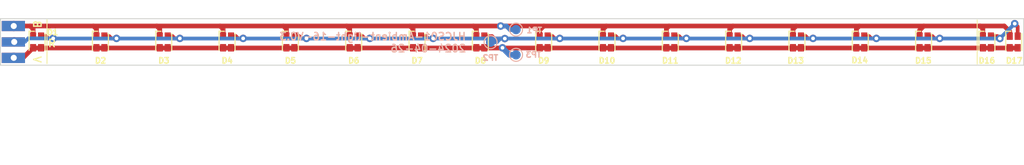
<source format=kicad_pcb>
(kicad_pcb (version 20240108) (generator "pcbnew") (generator_version "8.0")
  (title_block (title "HJCS01_Ambient light-16") (date "2024-04-26") (rev "V0.3") (company "Ovobot") (comment 1 "110x5x0.8mm 绿油白字，无铅喷锡"))
  (layers (0 "F.Cu" signal) (31 "B.Cu" signal) (34 "B.Paste" user) (35 "F.Paste" user) (36 "B.SilkS" user "B.Silkscreen") (37 "F.SilkS" user "F.Silkscreen") (38 "B.Mask" user) (39 "F.Mask" user) (44 "Edge.Cuts" user))
  (net 0 "")
  (net 1 "+3V3")
  (net 2 "/RED")
  (net 3 "/BLUE")
  (footprint "Ovo_LED_SMD:LED_Dual_1.6x1.5mm" (layer "F.Cu") (at 190.041663 99.155 90)
    (property "Reference" "D12" (at -2.005 -0.036 0) (layer "F.SilkS") (effects (font (size 0.6 0.6))))
    (property "Value" "LED_Dual_Red_Blue_AKAK")
    (fp_line (start 1.15 -0.86) (end 1.15 -0.3) (stroke (width 0.12)) (layer "F.SilkS"))
    (fp_line (start -0.91 -0.86) (end 1.15 -0.86) (stroke (width 0.12)) (layer "F.SilkS"))
    (fp_line (start -0.91 0.86) (end 0.91 0.86) (stroke (width 0.12)) (layer "F.SilkS"))
    (pad "1" smd rect (at -0.625 0.425 90) (size 0.8 0.65) (layers "F.Cu" "F.Paste" "F.Mask") (net 1 "+3V3"))
    (pad "2" smd rect (at 0.625 0.425 90) (size 0.8 0.65) (layers "F.Cu" "F.Paste" "F.Mask") (net 2 "/RED"))
    (pad "3" smd rect (at -0.625 -0.425 90) (size 0.8 0.65) (layers "F.Cu" "F.Paste" "F.Mask") (net 1 "+3V3"))
    (pad "4" smd rect (at 0.625 -0.425 90) (size 0.8 0.65) (layers "F.Cu" "F.Paste" "F.Mask") (net 3 "/BLUE"))
  )
  (footprint "Ovo_LED_SMD:LED_Dual_1.6x1.5mm" (layer "F.Cu") (at 210.463662 99.155 90)
    (property "Reference" "D15" (at -2.005 -0.030162 0) (layer "F.SilkS") (effects (font (size 0.6 0.6))))
    (property "Value" "LED_Dual_Red_Blue_AKAK")
    (fp_line (start 1.15 -0.86) (end 1.15 -0.3) (stroke (width 0.12)) (layer "F.SilkS"))
    (fp_line (start -0.91 -0.86) (end 1.15 -0.86) (stroke (width 0.12)) (layer "F.SilkS"))
    (fp_line (start -0.91 0.86) (end 0.91 0.86) (stroke (width 0.12)) (layer "F.SilkS"))
    (pad "1" smd rect (at -0.625 0.425 90) (size 0.8 0.65) (layers "F.Cu" "F.Paste" "F.Mask") (net 1 "+3V3"))
    (pad "2" smd rect (at 0.625 0.425 90) (size 0.8 0.65) (layers "F.Cu" "F.Paste" "F.Mask") (net 2 "/RED"))
    (pad "3" smd rect (at -0.625 -0.425 90) (size 0.8 0.65) (layers "F.Cu" "F.Paste" "F.Mask") (net 1 "+3V3"))
    (pad "4" smd rect (at 0.625 -0.425 90) (size 0.8 0.65) (layers "F.Cu" "F.Paste" "F.Mask") (net 3 "/BLUE"))
  )
  (footprint "Ovo_LED_SMD:LED_Dual_1.6x1.5mm" (layer "F.Cu") (at 121.968333 99.155 90)
    (property "Reference" "D2" (at -2.005 0.015302 0) (layer "F.SilkS") (effects (font (size 0.6 0.6))))
    (property "Value" "LED_Dual_Red_Blue_AKAK")
    (fp_line (start 1.15 -0.86) (end 1.15 -0.3) (stroke (width 0.12)) (layer "F.SilkS"))
    (fp_line (start -0.91 -0.86) (end 1.15 -0.86) (stroke (width 0.12)) (layer "F.SilkS"))
    (fp_line (start -0.91 0.86) (end 0.91 0.86) (stroke (width 0.12)) (layer "F.SilkS"))
    (pad "1" smd rect (at -0.625 0.425 90) (size 0.8 0.65) (layers "F.Cu" "F.Paste" "F.Mask") (net 1 "+3V3"))
    (pad "2" smd rect (at 0.625 0.425 90) (size 0.8 0.65) (layers "F.Cu" "F.Paste" "F.Mask") (net 2 "/RED"))
    (pad "3" smd rect (at -0.625 -0.425 90) (size 0.8 0.65) (layers "F.Cu" "F.Paste" "F.Mask") (net 1 "+3V3"))
    (pad "4" smd rect (at 0.625 -0.425 90) (size 0.8 0.65) (layers "F.Cu" "F.Paste" "F.Mask") (net 3 "/BLUE"))
  )
  (footprint "Ovo_LED_SMD:LED_Dual_1.6x1.5mm" (layer "F.Cu") (at 115.161 99.155 90)
    (property "Reference" "D1" (at 1.033 1.665 0) (layer "F.SilkS") (effects (font (size 0.6 0.6))))
    (property "Value" "LED_Dual_Red_Blue_AKAK")
    (fp_line (start 1.15 -0.86) (end 1.15 -0.3) (stroke (width 0.12)) (layer "F.SilkS"))
    (fp_line (start -0.91 -0.86) (end 1.15 -0.86) (stroke (width 0.12)) (layer "F.SilkS"))
    (fp_line (start -0.91 0.86) (end 0.91 0.86) (stroke (width 0.12)) (layer "F.SilkS"))
    (pad "1" smd rect (at -0.625 0.425 90) (size 0.8 0.65) (layers "F.Cu" "F.Paste" "F.Mask") (net 1 "+3V3"))
    (pad "2" smd rect (at 0.625 0.425 90) (size 0.8 0.65) (layers "F.Cu" "F.Paste" "F.Mask") (net 2 "/RED"))
    (pad "3" smd rect (at -0.625 -0.425 90) (size 0.8 0.65) (layers "F.Cu" "F.Paste" "F.Mask") (net 1 "+3V3"))
    (pad "4" smd rect (at 0.625 -0.425 90) (size 0.8 0.65) (layers "F.Cu" "F.Paste" "F.Mask") (net 3 "/BLUE"))
  )
  (footprint "Ovo_LED_SMD:LED_Dual_1.6x1.5mm" (layer "F.Cu") (at 217.271 99.155 90)
    (property "Reference" "D16" (at -2.005 -0.006 0) (layer "F.SilkS") (effects (font (size 0.6 0.6))))
    (property "Value" "LED_Dual_Red_Blue_AKAK")
    (fp_line (start 1.15 -0.86) (end 1.15 -0.3) (stroke (width 0.12)) (layer "F.SilkS"))
    (fp_line (start -0.91 -0.86) (end 1.15 -0.86) (stroke (width 0.12)) (layer "F.SilkS"))
    (fp_line (start -0.91 0.86) (end 0.91 0.86) (stroke (width 0.12)) (layer "F.SilkS"))
    (pad "1" smd rect (at -0.625 0.425 90) (size 0.8 0.65) (layers "F.Cu" "F.Paste" "F.Mask") (net 1 "+3V3"))
    (pad "2" smd rect (at 0.625 0.425 90) (size 0.8 0.65) (layers "F.Cu" "F.Paste" "F.Mask") (net 2 "/RED"))
    (pad "3" smd rect (at -0.625 -0.425 90) (size 0.8 0.65) (layers "F.Cu" "F.Paste" "F.Mask") (net 1 "+3V3"))
    (pad "4" smd rect (at 0.625 -0.425 90) (size 0.8 0.65) (layers "F.Cu" "F.Paste" "F.Mask") (net 3 "/BLUE"))
  )
  (footprint "Ovo_LED_SMD:LED_Dual_1.6x1.5mm" (layer "F.Cu") (at 183.23433 99.155 90)
    (property "Reference" "D11" (at -2.005 -0.003264 0) (layer "F.SilkS") (effects (font (size 0.6 0.6))))
    (property "Value" "LED_Dual_Red_Blue_AKAK")
    (fp_line (start 1.15 -0.86) (end 1.15 -0.3) (stroke (width 0.12)) (layer "F.SilkS"))
    (fp_line (start -0.91 -0.86) (end 1.15 -0.86) (stroke (width 0.12)) (layer "F.SilkS"))
    (fp_line (start -0.91 0.86) (end 0.91 0.86) (stroke (width 0.12)) (layer "F.SilkS"))
    (pad "1" smd rect (at -0.625 0.425 90) (size 0.8 0.65) (layers "F.Cu" "F.Paste" "F.Mask") (net 1 "+3V3"))
    (pad "2" smd rect (at 0.625 0.425 90) (size 0.8 0.65) (layers "F.Cu" "F.Paste" "F.Mask") (net 2 "/RED"))
    (pad "3" smd rect (at -0.625 -0.425 90) (size 0.8 0.65) (layers "F.Cu" "F.Paste" "F.Mask") (net 1 "+3V3"))
    (pad "4" smd rect (at 0.625 -0.425 90) (size 0.8 0.65) (layers "F.Cu" "F.Paste" "F.Mask") (net 3 "/BLUE"))
  )
  (footprint "Ovo_LED_SMD:LED_Dual_1.6x1.5mm" (layer "F.Cu") (at 176.426997 99.155 90)
    (property "Reference" "D10" (at -2.005 -0.003157 0) (layer "F.SilkS") (effects (font (size 0.6 0.6))))
    (property "Value" "LED_Dual_Red_Blue_AKAK")
    (fp_line (start 1.15 -0.86) (end 1.15 -0.3) (stroke (width 0.12)) (layer "F.SilkS"))
    (fp_line (start -0.91 -0.86) (end 1.15 -0.86) (stroke (width 0.12)) (layer "F.SilkS"))
    (fp_line (start -0.91 0.86) (end 0.91 0.86) (stroke (width 0.12)) (layer "F.SilkS"))
    (pad "1" smd rect (at -0.625 0.425 90) (size 0.8 0.65) (layers "F.Cu" "F.Paste" "F.Mask") (net 1 "+3V3"))
    (pad "2" smd rect (at 0.625 0.425 90) (size 0.8 0.65) (layers "F.Cu" "F.Paste" "F.Mask") (net 2 "/RED"))
    (pad "3" smd rect (at -0.625 -0.425 90) (size 0.8 0.65) (layers "F.Cu" "F.Paste" "F.Mask") (net 1 "+3V3"))
    (pad "4" smd rect (at 0.625 -0.425 90) (size 0.8 0.65) (layers "F.Cu" "F.Paste" "F.Mask") (net 3 "/BLUE"))
  )
  (footprint "Ovo_Pad:Pad_THTPad_3x1.3mmx3" (layer "F.Cu") (at 112.652 97.52)
    (property "Reference" "J1" (hide yes))
    (property "Value" "Conn_01x03" (hide yes))
    (pad "1" smd rect (at -0.04 -0.08 180) (size 2.5 1.1) (layers "F.Cu" "F.Paste" "F.Mask") (net 3 "/BLUE"))
    (pad "1" smd rect (at -0.04 -0.08 180) (size 2.5 1.1) (layers "B.Cu" "B.Paste" "B.Mask") (net 3 "/BLUE"))
    (pad "1" thru_hole circle (at 0 -0.08) (size 1.1 1.1) (drill 0.65) (layers "*.Cu" "*.Mask") (net 3 "/BLUE"))
    (pad "2" smd rect (at -0.04 1.635 180) (size 2.5 1) (layers "F.Cu" "F.Paste" "F.Mask") (net 2 "/RED"))
    (pad "2" smd rect (at -0.04 1.635 180) (size 2.5 1) (layers "B.Cu" "B.Paste" "B.Mask") (net 2 "/RED"))
    (pad "2" thru_hole circle (at 0.05 1.63) (size 1 1) (drill 0.65) (layers "*.Cu" "*.Mask") (net 2 "/RED"))
    (pad "3" smd rect (at -0.04 3.35 180) (size 2.5 1.1) (layers "F.Cu" "F.Paste" "F.Mask") (net 1 "+3V3"))
    (pad "3" smd rect (at -0.04 3.35 180) (size 2.5 1.1) (layers "B.Cu" "B.Paste" "B.Mask") (net 1 "+3V3"))
    (pad "3" thru_hole circle (at 0 3.34) (size 1.1 1.1) (drill 0.65) (layers "*.Cu" "*.Mask") (net 1 "+3V3"))
  )
  (footprint "Ovo_LED_SMD:LED_Dual_1.6x1.5mm" (layer "F.Cu") (at 196.848996 99.155 90)
    (property "Reference" "D13" (at -2.005 -0.141 0) (layer "F.SilkS") (effects (font (size 0.6 0.6) (thickness 0.15) (bold yes))))
    (property "Value" "LED_Dual_Red_Blue_AKAK")
    (fp_line (start 1.15 -0.86) (end 1.15 -0.3) (stroke (width 0.12)) (layer "F.SilkS"))
    (fp_line (start -0.91 -0.86) (end 1.15 -0.86) (stroke (width 0.12)) (layer "F.SilkS"))
    (fp_line (start -0.91 0.86) (end 0.91 0.86) (stroke (width 0.12)) (layer "F.SilkS"))
    (pad "1" smd rect (at -0.625 0.425 90) (size 0.8 0.65) (layers "F.Cu" "F.Paste" "F.Mask") (net 1 "+3V3"))
    (pad "2" smd rect (at 0.625 0.425 90) (size 0.8 0.65) (layers "F.Cu" "F.Paste" "F.Mask") (net 2 "/RED"))
    (pad "3" smd rect (at -0.625 -0.425 90) (size 0.8 0.65) (layers "F.Cu" "F.Paste" "F.Mask") (net 1 "+3V3"))
    (pad "4" smd rect (at 0.625 -0.425 90) (size 0.8 0.65) (layers "F.Cu" "F.Paste" "F.Mask") (net 3 "/BLUE"))
  )
  (footprint "Ovo_LED_SMD:LED_Dual_1.6x1.5mm" (layer "F.Cu") (at 142.390332 99.155 90)
    (property "Reference" "D5" (at -2.005 0.010208 0) (layer "F.SilkS") (effects (font (size 0.6 0.6))))
    (property "Value" "LED_Dual_Red_Blue_AKAK")
    (fp_line (start 1.15 -0.86) (end 1.15 -0.3) (stroke (width 0.12)) (layer "F.SilkS"))
    (fp_line (start -0.91 -0.86) (end 1.15 -0.86) (stroke (width 0.12)) (layer "F.SilkS"))
    (fp_line (start -0.91 0.86) (end 0.91 0.86) (stroke (width 0.12)) (layer "F.SilkS"))
    (pad "1" smd rect (at -0.625 0.425 90) (size 0.8 0.65) (layers "F.Cu" "F.Paste" "F.Mask") (net 1 "+3V3"))
    (pad "2" smd rect (at 0.625 0.425 90) (size 0.8 0.65) (layers "F.Cu" "F.Paste" "F.Mask") (net 2 "/RED"))
    (pad "3" smd rect (at -0.625 -0.425 90) (size 0.8 0.65) (layers "F.Cu" "F.Paste" "F.Mask") (net 1 "+3V3"))
    (pad "4" smd rect (at 0.625 -0.425 90) (size 0.8 0.65) (layers "F.Cu" "F.Paste" "F.Mask") (net 3 "/BLUE"))
  )
  (footprint "Ovo_LED_SMD:LED_Dual_1.6x1.5mm" (layer "F.Cu") (at 149.197665 99.155 90)
    (property "Reference" "D6" (at -2.005 0.00851 0) (layer "F.SilkS") (effects (font (size 0.6 0.6))))
    (property "Value" "LED_Dual_Red_Blue_AKAK")
    (fp_line (start 1.15 -0.86) (end 1.15 -0.3) (stroke (width 0.12)) (layer "F.SilkS"))
    (fp_line (start -0.91 -0.86) (end 1.15 -0.86) (stroke (width 0.12)) (layer "F.SilkS"))
    (fp_line (start -0.91 0.86) (end 0.91 0.86) (stroke (width 0.12)) (layer "F.SilkS"))
    (pad "1" smd rect (at -0.625 0.425 90) (size 0.8 0.65) (layers "F.Cu" "F.Paste" "F.Mask") (net 1 "+3V3"))
    (pad "2" smd rect (at 0.625 0.425 90) (size 0.8 0.65) (layers "F.Cu" "F.Paste" "F.Mask") (net 2 "/RED"))
    (pad "3" smd rect (at -0.625 -0.425 90) (size 0.8 0.65) (layers "F.Cu" "F.Paste" "F.Mask") (net 1 "+3V3"))
    (pad "4" smd rect (at 0.625 -0.425 90) (size 0.8 0.65) (layers "F.Cu" "F.Paste" "F.Mask") (net 3 "/BLUE"))
  )
  (footprint "Ovo_LED_SMD:LED_Dual_1.6x1.5mm" (layer "F.Cu") (at 162.812331 99.155 90)
    (property "Reference" "D8" (at -2.005 0.005114 0) (layer "F.SilkS") (effects (font (size 0.6 0.6))))
    (property "Value" "LED_Dual_Red_Blue_AKAK")
    (fp_line (start 1.15 -0.86) (end 1.15 -0.3) (stroke (width 0.12)) (layer "F.SilkS"))
    (fp_line (start -0.91 -0.86) (end 1.15 -0.86) (stroke (width 0.12)) (layer "F.SilkS"))
    (fp_line (start -0.91 0.86) (end 0.91 0.86) (stroke (width 0.12)) (layer "F.SilkS"))
    (pad "1" smd rect (at -0.625 0.425 90) (size 0.8 0.65) (layers "F.Cu" "F.Paste" "F.Mask") (net 1 "+3V3"))
    (pad "2" smd rect (at 0.625 0.425 90) (size 0.8 0.65) (layers "F.Cu" "F.Paste" "F.Mask") (net 2 "/RED"))
    (pad "3" smd rect (at -0.625 -0.425 90) (size 0.8 0.65) (layers "F.Cu" "F.Paste" "F.Mask") (net 1 "+3V3"))
    (pad "4" smd rect (at 0.625 -0.425 90) (size 0.8 0.65) (layers "F.Cu" "F.Paste" "F.Mask") (net 3 "/BLUE"))
  )
  (footprint "Ovo_LED_SMD:LED_Dual_1.6x1.5mm" (layer "F.Cu") (at 203.656329 99.155 90)
    (property "Reference" "D14" (at -1.975 -0.054329 0) (layer "F.SilkS") (effects (font (size 0.6 0.6))))
    (property "Value" "LED_Dual_Red_Blue_AKAK")
    (fp_line (start 1.15 -0.86) (end 1.15 -0.3) (stroke (width 0.12)) (layer "F.SilkS"))
    (fp_line (start -0.91 -0.86) (end 1.15 -0.86) (stroke (width 0.12)) (layer "F.SilkS"))
    (fp_line (start -0.91 0.86) (end 0.91 0.86) (stroke (width 0.12)) (layer "F.SilkS"))
    (pad "1" smd rect (at -0.625 0.425 90) (size 0.8 0.65) (layers "F.Cu" "F.Paste" "F.Mask") (net 1 "+3V3"))
    (pad "2" smd rect (at 0.625 0.425 90) (size 0.8 0.65) (layers "F.Cu" "F.Paste" "F.Mask") (net 2 "/RED"))
    (pad "3" smd rect (at -0.625 -0.425 90) (size 0.8 0.65) (layers "F.Cu" "F.Paste" "F.Mask") (net 1 "+3V3"))
    (pad "4" smd rect (at 0.625 -0.425 90) (size 0.8 0.65) (layers "F.Cu" "F.Paste" "F.Mask") (net 3 "/BLUE"))
  )
  (footprint "Ovo_LED_SMD:LED_Dual_1.6x1.5mm" (layer "F.Cu") (at 169.619664 99.155 90)
    (property "Reference" "D9" (at -2.005 0.003416 0) (layer "F.SilkS") (effects (font (size 0.6 0.6))))
    (property "Value" "LED_Dual_Red_Blue_AKAK")
    (fp_line (start 1.15 -0.86) (end 1.15 -0.3) (stroke (width 0.12)) (layer "F.SilkS"))
    (fp_line (start -0.91 -0.86) (end 1.15 -0.86) (stroke (width 0.12)) (layer "F.SilkS"))
    (fp_line (start -0.91 0.86) (end 0.91 0.86) (stroke (width 0.12)) (layer "F.SilkS"))
    (pad "1" smd rect (at -0.625 0.425 90) (size 0.8 0.65) (layers "F.Cu" "F.Paste" "F.Mask") (net 1 "+3V3"))
    (pad "2" smd rect (at 0.625 0.425 90) (size 0.8 0.65) (layers "F.Cu" "F.Paste" "F.Mask") (net 2 "/RED"))
    (pad "3" smd rect (at -0.625 -0.425 90) (size 0.8 0.65) (layers "F.Cu" "F.Paste" "F.Mask") (net 1 "+3V3"))
    (pad "4" smd rect (at 0.625 -0.425 90) (size 0.8 0.65) (layers "F.Cu" "F.Paste" "F.Mask") (net 3 "/BLUE"))
  )
  (footprint "Ovo_LED_SMD:LED_Dual_1.6x1.5mm" (layer "F.Cu") (at 135.582999 99.155 90)
    (property "Reference" "D4" (at -2.005 0.011906 0) (layer "F.SilkS") (effects (font (size 0.6 0.6))))
    (property "Value" "LED_Dual_Red_Blue_AKAK")
    (fp_line (start 1.15 -0.86) (end 1.15 -0.3) (stroke (width 0.12)) (layer "F.SilkS"))
    (fp_line (start -0.91 -0.86) (end 1.15 -0.86) (stroke (width 0.12)) (layer "F.SilkS"))
    (fp_line (start -0.91 0.86) (end 0.91 0.86) (stroke (width 0.12)) (layer "F.SilkS"))
    (pad "1" smd rect (at -0.625 0.425 90) (size 0.8 0.65) (layers "F.Cu" "F.Paste" "F.Mask") (net 1 "+3V3"))
    (pad "2" smd rect (at 0.625 0.425 90) (size 0.8 0.65) (layers "F.Cu" "F.Paste" "F.Mask") (net 2 "/RED"))
    (pad "3" smd rect (at -0.625 -0.425 90) (size 0.8 0.65) (layers "F.Cu" "F.Paste" "F.Mask") (net 1 "+3V3"))
    (pad "4" smd rect (at 0.625 -0.425 90) (size 0.8 0.65) (layers "F.Cu" "F.Paste" "F.Mask") (net 3 "/BLUE"))
  )
  (footprint "Ovo_LED_SMD:LED_Dual_1.6x1.5mm" (layer "F.Cu") (at 128.775666 99.155 90)
    (property "Reference" "D3" (at -2.005 0.013604 0) (layer "F.SilkS") (effects (font (size 0.6 0.6))))
    (property "Value" "LED_Dual_Red_Blue_AKAK")
    (fp_line (start 1.15 -0.86) (end 1.15 -0.3) (stroke (width 0.12)) (layer "F.SilkS"))
    (fp_line (start -0.91 -0.86) (end 1.15 -0.86) (stroke (width 0.12)) (layer "F.SilkS"))
    (fp_line (start -0.91 0.86) (end 0.91 0.86) (stroke (width 0.12)) (layer "F.SilkS"))
    (pad "1" smd rect (at -0.625 0.425 90) (size 0.8 0.65) (layers "F.Cu" "F.Paste" "F.Mask") (net 1 "+3V3"))
    (pad "2" smd rect (at 0.625 0.425 90) (size 0.8 0.65) (layers "F.Cu" "F.Paste" "F.Mask") (net 2 "/RED"))
    (pad "3" smd rect (at -0.625 -0.425 90) (size 0.8 0.65) (layers "F.Cu" "F.Paste" "F.Mask") (net 1 "+3V3"))
    (pad "4" smd rect (at 0.625 -0.425 90) (size 0.8 0.65) (layers "F.Cu" "F.Paste" "F.Mask") (net 3 "/BLUE"))
  )
  (footprint "Ovo_LED_SMD:LED_Dual_1.6x1.5mm" (layer "F.Cu") (at 156.004998 99.155 90)
    (property "Reference" "D7" (at -2.005 0.006812 0) (layer "F.SilkS") (effects (font (size 0.6 0.6))))
    (property "Value" "LED_Dual_Red_Blue_AKAK")
    (fp_line (start 1.15 -0.86) (end 1.15 -0.3) (stroke (width 0.12)) (layer "F.SilkS"))
    (fp_line (start -0.91 -0.86) (end 1.15 -0.86) (stroke (width 0.12)) (layer "F.SilkS"))
    (fp_line (start -0.91 0.86) (end 0.91 0.86) (stroke (width 0.12)) (layer "F.SilkS"))
    (pad "1" smd rect (at -0.625 0.425 90) (size 0.8 0.65) (layers "F.Cu" "F.Paste" "F.Mask") (net 1 "+3V3"))
    (pad "2" smd rect (at 0.625 0.425 90) (size 0.8 0.65) (layers "F.Cu" "F.Paste" "F.Mask") (net 2 "/RED"))
    (pad "3" smd rect (at -0.625 -0.425 90) (size 0.8 0.65) (layers "F.Cu" "F.Paste" "F.Mask") (net 1 "+3V3"))
    (pad "4" smd rect (at 0.625 -0.425 90) (size 0.8 0.65) (layers "F.Cu" "F.Paste" "F.Mask") (net 3 "/BLUE"))
  )
  (footprint "Ovo_LED_SMD:LED_Dual_1.6x1.5mm" (layer "F.Cu") (at 220.151 99.155 90)
    (property "Reference" "D17" (at -2.005 0.05 0) (layer "F.SilkS") (effects (font (size 0.6 0.6))))
    (property "Value" "LED_Dual_Red_Blue_AKAK")
    (fp_line (start 1.15 -0.86) (end 1.15 -0.3) (stroke (width 0.12)) (layer "F.SilkS"))
    (fp_line (start -0.91 -0.86) (end 1.15 -0.86) (stroke (width 0.12)) (layer "F.SilkS"))
    (fp_line (start -0.91 0.86) (end 0.91 0.86) (stroke (width 0.12)) (layer "F.SilkS"))
    (pad "1" smd rect (at -0.625 0.425 90) (size 0.8 0.65) (layers "F.Cu" "F.Paste" "F.Mask") (net 1 "+3V3"))
    (pad "2" smd rect (at 0.625 0.425 90) (size 0.8 0.65) (layers "F.Cu" "F.Paste" "F.Mask") (net 2 "/RED"))
    (pad "3" smd rect (at -0.625 -0.425 90) (size 0.8 0.65) (layers "F.Cu" "F.Paste" "F.Mask") (net 1 "+3V3"))
    (pad "4" smd rect (at 0.625 -0.425 90) (size 0.8 0.65) (layers "F.Cu" "F.Paste" "F.Mask") (net 3 "/BLUE"))
  )
  (footprint "TestPoint:TestPoint_Pad_D1.0mm" (layer "B.Cu") (at 166.651 97.825 180)
    (property "Reference" "TP1" (at -1.968664 -0.08 180) (layer "B.SilkS") (effects (font (size 0.6 0.6)) (justify mirror)))
    (property "Value" "BLUE")
    (fp_circle (center 0 0) (end 0 -0.7) (stroke (width 0.12)) (fill none) (layer "B.SilkS"))
    (pad "1" smd circle (at 0 0 180) (size 1 1) (layers "B.Cu" "B.Mask") (net 3 "/BLUE"))
  )
  (footprint "TestPoint:TestPoint_Pad_D1.0mm" (layer "B.Cu") (at 166.651 100.537 180)
    (property "Reference" "TP3" (at -1.876 0.016 180) (layer "B.SilkS") (effects (font (size 0.6 0.6)) (justify mirror)))
    (property "Value" "3V3")
    (fp_circle (center 0 0) (end 0 -0.7) (stroke (width 0.12)) (fill none) (layer "B.SilkS"))
    (pad "1" smd circle (at 0 0 180) (size 1 1) (layers "B.Cu" "B.Mask") (net 1 "+3V3"))
  )
  (footprint "TestPoint:TestPoint_Pad_D1.0mm" (layer "B.Cu") (at 163.914 99.181 180)
    (property "Reference" "TP2" (at 0.016 -1.676 180) (layer "B.SilkS") (effects (font (size 0.6 0.6)) (justify mirror)))
    (property "Value" "RED")
    (fp_circle (center 0 0) (end 0 -0.7) (stroke (width 0.12)) (fill none) (layer "B.SilkS"))
    (pad "1" smd circle (at 0 0 180) (size 1 1) (layers "B.Cu" "B.Mask") (net 2 "/RED"))
  )
  (gr_line (start 116.225 96.766) (end 116.225 101.483) (stroke (width 0.1)) (layer "F.SilkS"))
  (gr_line (start 216.225 101.527) (end 216.225 96.797) (stroke (width 0.1)) (layer "F.SilkS"))
  (gr_line (start 111.225 96.653) (end 221.225 96.653) (stroke (width 0.1)) (layer "Edge.Cuts"))
  (gr_line (start 221.225 96.653) (end 221.225 101.653) (stroke (width 0.1)) (layer "Edge.Cuts"))
  (gr_line (start 221.225 101.653) (end 111.224 101.653) (stroke (width 0.1)) (layer "Edge.Cuts"))
  (gr_line (start 111.223 101.653) (end 111.223 96.653) (stroke (width 0.1)) (layer "Edge.Cuts"))
  (gr_text "HJCS01-Ambient-light-16-${REVISION}\n${ISSUE_DATE}" (at 161.348 100.327 0) (layer "B.SilkS") (effects (font (size 0.8 0.8)) (justify left bottom mirror)))
  (gr_text "R" (at 116.252 99.766 0) (layer "F.SilkS") (effects (font (size 0.8 0.8) (thickness 0.15) (bold yes)) (justify left bottom)))
  (gr_text "V     B" (at 114.684 101.479 270) (layer "F.SilkS") (effects (font (size 0.8 0.8)) (justify left bottom mirror)))
  (segment (start 220.552 99.804) (end 114.76 99.804) (width 0.5) (layer "F.Cu") (net 1))
  (segment (start 114.736 99.78) (end 113.723 100.793) (width 0.5) (layer "F.Cu") (net 1))
  (segment (start 113.723 100.793) (end 112.605 100.793) (width 0.5) (layer "F.Cu") (net 1))
  (via (at 165.191 99.784) (size 0.8) (drill 0.4) (layers "F.Cu" "B.Cu") (net 1))
  (segment (start 165.944 100.537) (end 165.191 99.784) (width 0.6) (layer "B.Cu") (net 1))
  (segment (start 166.651 100.537) (end 165.944 100.537) (width 0.6) (layer "B.Cu") (net 1))
  (segment (start 218.661 98.782) (end 218.672 98.793) (width 0.4) (layer "F.Cu") (net 2))
  (segment (start 150.926665 98.771) (end 150.382665 98.771) (width 0.4) (layer "F.Cu") (net 2))
  (segment (start 212.192662 98.771) (end 211.648662 98.771) (width 0.4) (layer "F.Cu") (net 2))
  (segment (start 144.119332 98.771) (end 143.575332 98.771) (width 0.4) (layer "F.Cu") (net 2))
  (segment (start 197.792996 98.53) (end 197.273996 98.53) (width 0.4) (layer "F.Cu") (net 2))
  (segment (start 205.385329 98.771) (end 204.841329 98.771) (width 0.4) (layer "F.Cu") (net 2))
  (segment (start 170.563664 98.53) (end 170.044664 98.53) (width 0.4) (layer "F.Cu") (net 2))
  (segment (start 122.912333 98.53) (end 122.393333 98.53) (width 0.4) (layer "F.Cu") (net 2))
  (segment (start 164.066 98.53) (end 163.237331 98.53) (width 0.4) (layer "F.Cu") (net 2))
  (segment (start 204.841329 98.771) (end 204.600329 98.53) (width 0.4) (layer "F.Cu") (net 2))
  (segment (start 130.504666 98.771) (end 129.960666 98.771) (width 0.4) (layer "F.Cu") (net 2))
  (segment (start 191.226663 98.771) (end 190.985663 98.53) (width 0.4) (layer "F.Cu") (net 2))
  (segment (start 220.257 97.186) (end 220.576 97.505) (width 0.4) (layer "F.Cu") (net 2))
  (segment (start 137.311999 98.771) (end 136.767999 98.771) (width 0.4) (layer "F.Cu") (net 2))
  (segment (start 136.767999 98.771) (end 136.526999 98.53) (width 0.4) (layer "F.Cu") (net 2))
  (segment (start 184.96333 98.771) (end 184.41933 98.771) (width 0.4) (layer "F.Cu") (net 2))
  (segment (start 165.442202 98.791) (end 164.327 98.791) (width 0.4) (layer "F.Cu") (net 2))
  (segment (start 170.804664 98.771) (end 170.563664 98.53) (width 0.4) (layer "F.Cu") (net 2))
  (segment (start 156.948998 98.53) (end 156.429998 98.53) (width 0.4) (layer "F.Cu") (net 2))
  (segment (start 211.407662 98.53) (end 210.888662 98.53) (width 0.4) (layer "F.Cu") (net 2))
  (segment (start 143.575332 98.771) (end 143.334332 98.53) (width 0.4) (layer "F.Cu") (net 2))
  (segment (start 217.684 98.53) (end 218.409 98.53) (width 0.4) (layer "F.Cu") (net 2))
  (segment (start 116.89 98.771) (end 116.346 98.771) (width 0.4) (layer "F.Cu") (net 2))
  (segment (start 129.960666 98.771) (end 129.719666 98.53) (width 0.4) (layer "F.Cu") (net 2))
  (segment (start 143.334332 98.53) (end 142.815332 98.53) (width 0.4) (layer "F.Cu") (net 2))
  (segment (start 211.648662 98.771) (end 211.407662 98.53) (width 0.4) (layer "F.Cu") (net 2))
  (segment (start 150.382665 98.771) (end 150.141665 98.53) (width 0.4) (layer "F.Cu") (net 2))
  (segment (start 191.770663 98.771) (end 191.226663 98.771) (width 0.4) (layer "F.Cu") (net 2))
  (segment (start 177.370997 98.53) (end 176.851997 98.53) (width 0.4) (layer "F.Cu") (net 2))
  (segment (start 164.327 98.791) (end 164.066 98.53) (width 0.4) (layer "F.Cu") (net 2))
  (segment (start 177.611997 98.771) (end 177.370997 98.53) (width 0.4) (layer "F.Cu") (net 2))
  (segment (start 198.033996 98.771) (end 197.792996 98.53) (width 0.4) (layer "F.Cu") (net 2))
  (segment (start 220.576 97.505) (end 220.576 98.53) (width 0.4) (layer "F.Cu") (net 2))
  (segment (start 116.346 98.771) (end 116.105 98.53) (width 0.4) (layer "F.Cu") (net 2))
  (segment (start 171.348664 98.771) (end 170.804664 98.771) (width 0.4) (layer "F.Cu") (net 2))
  (segment (start 218.409 98.53) (end 218.661 98.782) (width 0.4) (layer "F.Cu") (net 2))
  (segment (start 157.733998 98.771) (end 157.189998 98.771) (width 0.4) (layer "F.Cu") (net 2))
  (segment (start 204.600329 98.53) (end 204.081329 98.53) (width 0.4) (layer "F.Cu") (net 2))
  (segment (start 178.155997 98.771) (end 177.611997 98.771) (width 0.4) (layer "F.Cu") (net 2))
  (segment (start 116.105 98.53) (end 115.586 98.53) (width 0.4) (layer "F.Cu") (net 2))
  (segment (start 190.985663 98.53) (end 190.466663 98.53) (width 0.4) (layer "F.Cu") (net 2))
  (segment (start 198.577996 98.771) (end 198.033996 98.771) (width 0.4) (layer "F.Cu") (net 2))
  (segment (start 129.719666 98.53) (end 129.200666 98.53) (width 0.4) (layer "F.Cu") (net 2))
  (segment (start 136.526999 98.53) (end 136.007999 98.53) (width 0.4) (layer "F.Cu") (net 2))
  (segment (start 150.141665 98.53) (end 149.622665 98.53) (width 0.4) (layer "F.Cu") (net 2))
  (segment (start 184.41933 98.771) (end 184.17833 98.53) (width 0.4) (layer "F.Cu") (net 2))
  (segment (start 184.17833 98.53) (end 183.65933 98.53) (width 0.4) (layer "F.Cu") (net 2))
  (segment (start 123.153333 98.771) (end 122.912333 98.53) (width 0.4) (layer "F.Cu") (net 2))
  (segment (start 123.697333 98.771) (end 123.153333 98.771) (width 0.4) (layer "F.Cu") (net 2))
  (segment (start 157.189998 98.771) (end 156.948998 98.53) (width 0.4) (layer "F.Cu") (net 2))
  (via (at 205.385329 98.771) (size 0.8) (drill 0.4) (layers "F.Cu" "B.Cu") (net 2))
  (via (at 171.348664 98.771) (size 0.8) (drill 0.4) (layers "F.Cu" "B.Cu") (net 2))
  (via (at 178.155997 98.771) (size 0.8) (drill 0.4) (layers "F.Cu" "B.Cu") (net 2))
  (via (at 137.311999 98.771) (size 0.8) (drill 0.4) (layers "F.Cu" "B.Cu") (net 2))
  (via (at 191.770663 98.771) (size 0.8) (drill 0.4) (layers "F.Cu" "B.Cu") (net 2))
  (via (at 220.257 97.186) (size 0.8) (drill 0.4) (layers "F.Cu" "B.Cu") (net 2))
  (via (at 116.89 98.771) (size 0.8) (drill 0.4) (layers "F.Cu" "B.Cu") (net 2))
  (via (at 198.577996 98.771) (size 0.8) (drill 0.4) (layers "F.Cu" "B.Cu") (net 2))
  (via (at 165.442202 98.791) (size 0.8) (drill 0.4) (layers "F.Cu" "B.Cu") (net 2))
  (via (at 184.96333 98.771) (size 0.8) (drill 0.4) (layers "F.Cu" "B.Cu") (net 2))
  (via (at 212.192662 98.771) (size 0.8) (drill 0.4) (layers "F.Cu" "B.Cu") (net 2))
  (via (at 218.661 98.782) (size 0.8) (drill 0.4) (layers "F.Cu" "B.Cu") (net 2))
  (via (at 157.733998 98.771) (size 0.8) (drill 0.4) (layers "F.Cu" "B.Cu") (net 2))
  (via (at 130.504666 98.771) (size 0.8) (drill 0.4) (layers "F.Cu" "B.Cu") (net 2))
  (via (at 144.119332 98.771) (size 0.8) (drill 0.4) (layers "F.Cu" "B.Cu") (net 2))
  (via (at 150.926665 98.771) (size 0.8) (drill 0.4) (layers "F.Cu" "B.Cu") (net 2))
  (via (at 123.697333 98.771) (size 0.8) (drill 0.4) (layers "F.Cu" "B.Cu") (net 2))
  (segment (start 164.587 99.181) (end 163.914 99.181) (width 0.4) (layer "B.Cu") (net 2))
  (segment (start 164.977 98.791) (end 164.587 99.181) (width 0.4) (layer "B.Cu") (net 2))
  (segment (start 114.217 98.771) (end 113.865 99.123) (width 0.4) (layer "B.Cu") (net 2))
  (segment (start 113.865 99.123) (end 112.575 99.123) (width 0.4) (layer "B.Cu") (net 2))
  (segment (start 116.89 98.771) (end 114.217 98.771) (width 0.4) (layer "B.Cu") (net 2))
  (segment (start 116.89 98.771) (end 116.906 98.787) (width 0.4) (layer "B.Cu") (net 2))
  (segment (start 165.442202 98.791) (end 164.977 98.791) (width 0.4) (layer "B.Cu") (net 2))
  (segment (start 116.906 98.787) (end 218.656 98.787) (width 0.4) (layer "B.Cu") (net 2))
  (segment (start 218.656 98.787) (end 220.257 97.186) (width 0.4) (layer "B.Cu") (net 2))
  (segment (start 169.194664 98.53) (end 169.194664 97.882336) (width 0.5) (layer "F.Cu") (net 3))
  (segment (start 189.616663 97.787337) (end 189.965 97.439) (width 0.5) (layer "F.Cu") (net 3))
  (segment (start 219.136 97.439) (end 219.726 98.029) (width 0.5) (layer "F.Cu") (net 3))
  (segment (start 135.157999 98.53) (end 135.157999 97.766) (width 0.5) (layer "F.Cu") (net 3))
  (segment (start 114.736 97.766) (end 114.409 97.439) (width 0.5) (layer "F.Cu") (net 3))
  (segment (start 162.387331 98.53) (end 162.387331 97.766) (width 0.5) (layer "F.Cu") (net 3))
  (segment (start 216.528 97.439) (end 216.834 97.745) (width 0.5) (layer "F.Cu") (net 3))
  (segment (start 141.965332 98.53) (end 141.965332 97.766) (width 0.5) (layer "F.Cu") (net 3))
  (segment (start 169.194664 97.882336) (end 169.638 97.439) (width 0.5) (layer "F.Cu") (net 3))
  (segment (start 162.387331 97.766) (end 162.060331 97.439) (width 0.5) (layer "F.Cu") (net 3))
  (segment (start 176.001997 97.793003) (end 176.356 97.439) (width 0.5) (layer "F.Cu") (net 3))
  (segment (start 219.726 98.029) (end 219.726 98.53) (width 0.5) (layer "F.Cu") (net 3))
  (segment (start 216.528 97.439) (end 112.569 97.439) (width 0.5) (layer "F.Cu") (net 3))
  (segment (start 176.001997 98.53) (end 176.001997 97.793003) (width 0.5) (layer "F.Cu") (net 3))
  (segment (start 203.231329 97.757671) (end 203.55 97.439) (width 0.5) (layer "F.Cu") (net 3))
  (segment (start 216.834 97.745) (end 216.834 98.53) (width 0.5) (layer "F.Cu") (net 3))
  (segment (start 210.038662 97.889338) (end 210.489 97.439) (width 0.5) (layer "F.Cu") (net 3))
  (segment (start 196.423996 97.785004) (end 196.77 97.439) (width 0.5) (layer "F.Cu") (net 3))
  (segment (start 141.965332 97.766) (end 141.638332 97.439) (width 0.5) (layer "F.Cu") (net 3))
  (segment (start 128.350666 97.766) (end 128.023666 97.439) (width 0.5) (layer "F.Cu") (net 3))
  (segment (start 203.231329 98.53) (end 203.231329 97.757671) (width 0.5) (layer "F.Cu") (net 3))
  (segment (start 189.616663 98.53) (end 189.616663 97.787337) (width 0.5) (layer "F.Cu") (net 3))
  (segment (start 121.543333 98.53) (end 121.543333 97.766) (width 0.5) (layer "F.Cu") (net 3))
  (segment (start 196.423996 98.53) (end 196.423996 97.785004) (width 0.5) (layer "F.Cu") (net 3))
  (segment (start 155.579998 97.766) (end 155.252998 97.439) (width 0.5) (layer "F.Cu") (net 3))
  (segment (start 148.772665 98.53) (end 148.772665 97.766) (width 0.5) (layer "F.Cu") (net 3))
  (segment (start 216.528 97.439) (end 219.136 97.439) (width 0.5) (layer "F.Cu") (net 3))
  (segment (start 210.038662 98.53) (end 210.038662 97.889338) (width 0.5) (layer "F.Cu") (net 3))
  (segment (start 135.157999 97.766) (end 134.830999 97.439) (width 0.5) (layer "F.Cu") (net 3))
  (segment (start 128.350666 98.53) (end 128.350666 97.766) (width 0.5) (layer "F.Cu") (net 3))
  (segment (start 121.543333 97.766) (end 121.216333 97.439) (width 0.5) (layer "F.Cu") (net 3))
  (segment (start 155.579998 98.53) (end 155.579998 97.766) (width 0.5) (layer "F.Cu") (net 3))
  (segment (start 112.569 97.439) (end 112.565 97.443) (width 0.5) (layer "F.Cu") (net 3))
  (segment (start 182.80933 98.53) (end 182.80933 97.72767) (width 0.5) (layer "F.Cu") (net 3))
  (segment (start 182.80933 97.72767) (end 183.098 97.439) (width 0.5) (layer "F.Cu") (net 3))
  (segment (start 114.736 98.53) (end 114.736 97.766) (width 0.5) (layer "F.Cu") (net 3))
  (segment (start 148.772665 97.766) (end 148.445665 97.439) (width 0.5) (layer "F.Cu") (net 3))
  (via (at 164.997 97.443) (size 0.8) (drill 0.4) (layers "F.Cu" "B.Cu") (net 3))
  (segment (start 166.651 97.825) (end 166.006 97.825) (width 0.5) (layer "B.Cu") (net 3))
  (segment (start 166.006 97.825) (end 165.624 97.443) (width 0.5) (layer "B.Cu") (net 3))
  (segment (start 165.624 97.443) (end 164.997 97.443) (width 0.5) (layer "B.Cu") (net 3))
)
</source>
